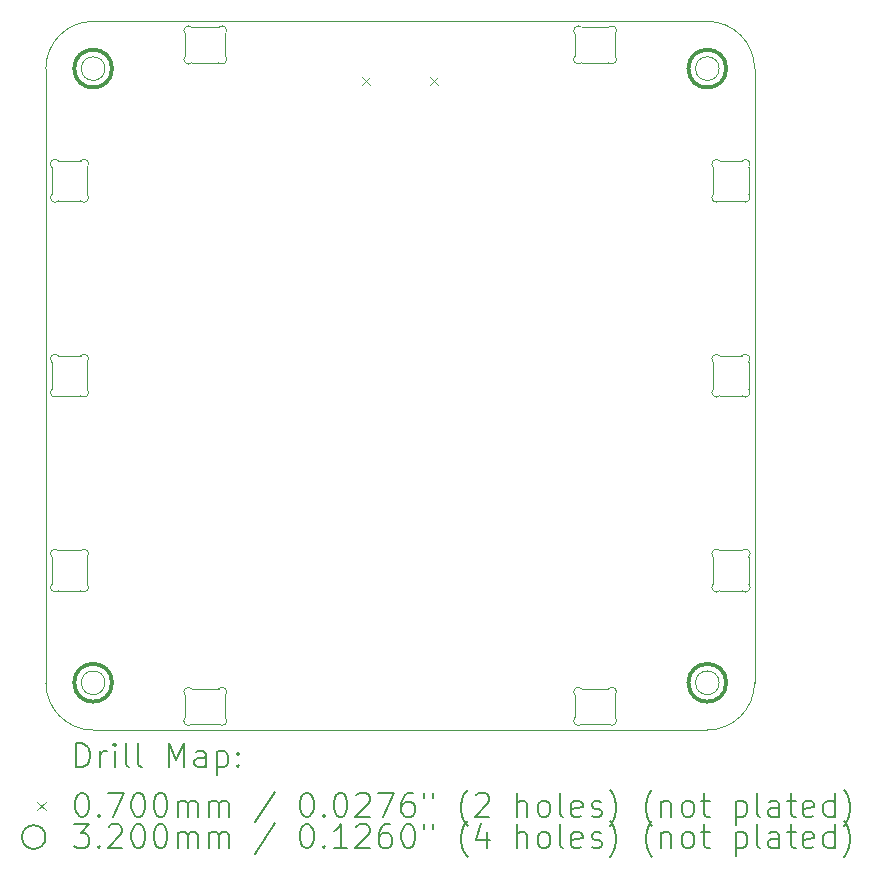
<source format=gbr>
%TF.GenerationSoftware,KiCad,Pcbnew,8.0.6*%
%TF.CreationDate,2024-11-01T16:37:06+01:00*%
%TF.ProjectId,7-REV0,372d5245-5630-42e6-9b69-6361645f7063,rev?*%
%TF.SameCoordinates,Original*%
%TF.FileFunction,Drillmap*%
%TF.FilePolarity,Positive*%
%FSLAX45Y45*%
G04 Gerber Fmt 4.5, Leading zero omitted, Abs format (unit mm)*
G04 Created by KiCad (PCBNEW 8.0.6) date 2024-11-01 16:37:06*
%MOMM*%
%LPD*%
G01*
G04 APERTURE LIST*
%ADD10C,0.050000*%
%ADD11C,0.120000*%
%ADD12C,0.200000*%
%ADD13C,0.100000*%
%ADD14C,0.320000*%
G04 APERTURE END LIST*
D10*
X10390000Y-12010000D02*
G75*
G02*
X9990000Y-11610000I0J400000D01*
G01*
X15690000Y-11610000D02*
G75*
G02*
X15490000Y-11610000I-100000J0D01*
G01*
X15490000Y-11610000D02*
G75*
G02*
X15690000Y-11610000I100000J0D01*
G01*
X10490000Y-6410000D02*
G75*
G02*
X10290000Y-6410000I-100000J0D01*
G01*
X10290000Y-6410000D02*
G75*
G02*
X10490000Y-6410000I100000J0D01*
G01*
X10490000Y-11610000D02*
G75*
G02*
X10290000Y-11610000I-100000J0D01*
G01*
X10290000Y-11610000D02*
G75*
G02*
X10490000Y-11610000I100000J0D01*
G01*
X15990000Y-11610000D02*
G75*
G02*
X15590000Y-12010000I-400000J0D01*
G01*
X10390000Y-12010000D02*
X15590000Y-12010000D01*
X15690000Y-6410000D02*
G75*
G02*
X15490000Y-6410000I-100000J0D01*
G01*
X15490000Y-6410000D02*
G75*
G02*
X15690000Y-6410000I100000J0D01*
G01*
X9990000Y-6410000D02*
X9990000Y-11610000D01*
X15990000Y-11610000D02*
X15990000Y-6410000D01*
X15590000Y-6010000D02*
G75*
G02*
X15990000Y-6410000I0J-400000D01*
G01*
X9990000Y-6410000D02*
G75*
G02*
X10390000Y-6010000I400000J0D01*
G01*
X10390000Y-6010000D02*
X15590000Y-6010000D01*
D11*
X11170000Y-6303431D02*
X11170000Y-6116569D01*
X11226569Y-6060000D02*
X11453431Y-6060000D01*
X11453431Y-6360000D02*
X11226569Y-6360000D01*
X11510000Y-6116569D02*
X11510000Y-6303431D01*
X11170000Y-6116569D02*
G75*
G02*
X11226569Y-6060000I28284J28284D01*
G01*
X11226569Y-6360000D02*
G75*
G02*
X11170000Y-6303431I-28284J28284D01*
G01*
X11453431Y-6060000D02*
G75*
G02*
X11510000Y-6116569I28284J-28284D01*
G01*
X11510000Y-6303431D02*
G75*
G02*
X11453431Y-6360000I-28284J-28284D01*
G01*
X14470000Y-11903431D02*
X14470000Y-11716569D01*
X14526569Y-11660000D02*
X14753431Y-11660000D01*
X14753431Y-11960000D02*
X14526569Y-11960000D01*
X14810000Y-11716569D02*
X14810000Y-11903431D01*
X14470000Y-11716569D02*
G75*
G02*
X14526569Y-11660000I28284J28284D01*
G01*
X14526569Y-11960000D02*
G75*
G02*
X14470000Y-11903431I-28284J28284D01*
G01*
X14753431Y-11660000D02*
G75*
G02*
X14810000Y-11716569I28284J-28284D01*
G01*
X14810000Y-11903431D02*
G75*
G02*
X14753431Y-11960000I-28284J-28284D01*
G01*
X10040000Y-10773431D02*
X10040000Y-10546569D01*
X10096569Y-10490000D02*
X10283431Y-10490000D01*
X10283431Y-10830000D02*
X10096569Y-10830000D01*
X10340000Y-10546569D02*
X10340000Y-10773431D01*
X10040000Y-10546569D02*
G75*
G02*
X10096569Y-10490000I28284J28284D01*
G01*
X10096569Y-10830000D02*
G75*
G02*
X10040000Y-10773431I-28284J28284D01*
G01*
X10283431Y-10490000D02*
G75*
G02*
X10340000Y-10546569I28284J-28284D01*
G01*
X10340000Y-10773431D02*
G75*
G02*
X10283431Y-10830000I-28284J-28284D01*
G01*
X14470000Y-6303431D02*
X14470000Y-6116569D01*
X14526569Y-6060000D02*
X14753431Y-6060000D01*
X14753431Y-6360000D02*
X14526569Y-6360000D01*
X14810000Y-6116569D02*
X14810000Y-6303431D01*
X14470000Y-6116569D02*
G75*
G02*
X14526569Y-6060000I28284J28284D01*
G01*
X14526569Y-6360000D02*
G75*
G02*
X14470000Y-6303431I-28284J28284D01*
G01*
X14753431Y-6060000D02*
G75*
G02*
X14810000Y-6116569I28284J-28284D01*
G01*
X14810000Y-6303431D02*
G75*
G02*
X14753431Y-6360000I-28284J-28284D01*
G01*
X15640000Y-7473431D02*
X15640000Y-7246569D01*
X15696569Y-7190000D02*
X15883431Y-7190000D01*
X15883431Y-7530000D02*
X15696569Y-7530000D01*
X15940000Y-7246569D02*
X15940000Y-7473431D01*
X15640000Y-7246569D02*
G75*
G02*
X15696569Y-7190000I28284J28284D01*
G01*
X15696569Y-7530000D02*
G75*
G02*
X15640000Y-7473431I-28284J28284D01*
G01*
X15883431Y-7190000D02*
G75*
G02*
X15940000Y-7246569I28284J-28284D01*
G01*
X15940000Y-7473431D02*
G75*
G02*
X15883431Y-7530000I-28284J-28284D01*
G01*
X11170000Y-11903431D02*
X11170000Y-11716569D01*
X11226569Y-11660000D02*
X11453431Y-11660000D01*
X11453431Y-11960000D02*
X11226569Y-11960000D01*
X11510000Y-11716569D02*
X11510000Y-11903431D01*
X11170000Y-11716569D02*
G75*
G02*
X11226569Y-11660000I28284J28284D01*
G01*
X11226569Y-11960000D02*
G75*
G02*
X11170000Y-11903431I-28284J28284D01*
G01*
X11453431Y-11660000D02*
G75*
G02*
X11510000Y-11716569I28284J-28284D01*
G01*
X11510000Y-11903431D02*
G75*
G02*
X11453431Y-11960000I-28284J-28284D01*
G01*
X10040000Y-7473431D02*
X10040000Y-7246569D01*
X10096569Y-7190000D02*
X10283431Y-7190000D01*
X10283431Y-7530000D02*
X10096569Y-7530000D01*
X10340000Y-7246569D02*
X10340000Y-7473431D01*
X10040000Y-7246569D02*
G75*
G02*
X10096569Y-7190000I28284J28284D01*
G01*
X10096569Y-7530000D02*
G75*
G02*
X10040000Y-7473431I-28284J28284D01*
G01*
X10283431Y-7190000D02*
G75*
G02*
X10340000Y-7246569I28284J-28284D01*
G01*
X10340000Y-7473431D02*
G75*
G02*
X10283431Y-7530000I-28284J-28284D01*
G01*
X10040000Y-9123431D02*
X10040000Y-8896569D01*
X10096569Y-8840000D02*
X10283431Y-8840000D01*
X10283431Y-9180000D02*
X10096569Y-9180000D01*
X10340000Y-8896569D02*
X10340000Y-9123431D01*
X10040000Y-8896569D02*
G75*
G02*
X10096569Y-8840000I28284J28284D01*
G01*
X10096569Y-9180000D02*
G75*
G02*
X10040000Y-9123431I-28284J28284D01*
G01*
X10283431Y-8840000D02*
G75*
G02*
X10340000Y-8896569I28284J-28284D01*
G01*
X10340000Y-9123431D02*
G75*
G02*
X10283431Y-9180000I-28284J-28284D01*
G01*
X15640000Y-10773431D02*
X15640000Y-10546569D01*
X15696569Y-10490000D02*
X15883431Y-10490000D01*
X15883431Y-10830000D02*
X15696569Y-10830000D01*
X15940000Y-10546569D02*
X15940000Y-10773431D01*
X15640000Y-10546569D02*
G75*
G02*
X15696569Y-10490000I28284J28284D01*
G01*
X15696569Y-10830000D02*
G75*
G02*
X15640000Y-10773431I-28284J28284D01*
G01*
X15883431Y-10490000D02*
G75*
G02*
X15940000Y-10546569I28284J-28284D01*
G01*
X15940000Y-10773431D02*
G75*
G02*
X15883431Y-10830000I-28284J-28284D01*
G01*
X15640000Y-9123431D02*
X15640000Y-8896569D01*
X15696569Y-8840000D02*
X15883431Y-8840000D01*
X15883431Y-9180000D02*
X15696569Y-9180000D01*
X15940000Y-8896569D02*
X15940000Y-9123431D01*
X15640000Y-8896569D02*
G75*
G02*
X15696569Y-8840000I28284J28284D01*
G01*
X15696569Y-9180000D02*
G75*
G02*
X15640000Y-9123431I-28284J28284D01*
G01*
X15883431Y-8840000D02*
G75*
G02*
X15940000Y-8896569I28284J-28284D01*
G01*
X15940000Y-9123431D02*
G75*
G02*
X15883431Y-9180000I-28284J-28284D01*
G01*
D12*
D13*
X12666000Y-6480000D02*
X12736000Y-6550000D01*
X12736000Y-6480000D02*
X12666000Y-6550000D01*
X13244000Y-6480000D02*
X13314000Y-6550000D01*
X13314000Y-6480000D02*
X13244000Y-6550000D01*
D14*
X10550000Y-6410000D02*
G75*
G02*
X10230000Y-6410000I-160000J0D01*
G01*
X10230000Y-6410000D02*
G75*
G02*
X10550000Y-6410000I160000J0D01*
G01*
X10550000Y-11610000D02*
G75*
G02*
X10230000Y-11610000I-160000J0D01*
G01*
X10230000Y-11610000D02*
G75*
G02*
X10550000Y-11610000I160000J0D01*
G01*
X15750000Y-6410000D02*
G75*
G02*
X15430000Y-6410000I-160000J0D01*
G01*
X15430000Y-6410000D02*
G75*
G02*
X15750000Y-6410000I160000J0D01*
G01*
X15750000Y-11610000D02*
G75*
G02*
X15430000Y-11610000I-160000J0D01*
G01*
X15430000Y-11610000D02*
G75*
G02*
X15750000Y-11610000I160000J0D01*
G01*
D12*
X10248277Y-12323984D02*
X10248277Y-12123984D01*
X10248277Y-12123984D02*
X10295896Y-12123984D01*
X10295896Y-12123984D02*
X10324467Y-12133508D01*
X10324467Y-12133508D02*
X10343515Y-12152555D01*
X10343515Y-12152555D02*
X10353039Y-12171603D01*
X10353039Y-12171603D02*
X10362563Y-12209698D01*
X10362563Y-12209698D02*
X10362563Y-12238269D01*
X10362563Y-12238269D02*
X10353039Y-12276365D01*
X10353039Y-12276365D02*
X10343515Y-12295412D01*
X10343515Y-12295412D02*
X10324467Y-12314460D01*
X10324467Y-12314460D02*
X10295896Y-12323984D01*
X10295896Y-12323984D02*
X10248277Y-12323984D01*
X10448277Y-12323984D02*
X10448277Y-12190650D01*
X10448277Y-12228746D02*
X10457801Y-12209698D01*
X10457801Y-12209698D02*
X10467324Y-12200174D01*
X10467324Y-12200174D02*
X10486372Y-12190650D01*
X10486372Y-12190650D02*
X10505420Y-12190650D01*
X10572086Y-12323984D02*
X10572086Y-12190650D01*
X10572086Y-12123984D02*
X10562563Y-12133508D01*
X10562563Y-12133508D02*
X10572086Y-12143031D01*
X10572086Y-12143031D02*
X10581610Y-12133508D01*
X10581610Y-12133508D02*
X10572086Y-12123984D01*
X10572086Y-12123984D02*
X10572086Y-12143031D01*
X10695896Y-12323984D02*
X10676848Y-12314460D01*
X10676848Y-12314460D02*
X10667324Y-12295412D01*
X10667324Y-12295412D02*
X10667324Y-12123984D01*
X10800658Y-12323984D02*
X10781610Y-12314460D01*
X10781610Y-12314460D02*
X10772086Y-12295412D01*
X10772086Y-12295412D02*
X10772086Y-12123984D01*
X11029229Y-12323984D02*
X11029229Y-12123984D01*
X11029229Y-12123984D02*
X11095896Y-12266841D01*
X11095896Y-12266841D02*
X11162563Y-12123984D01*
X11162563Y-12123984D02*
X11162563Y-12323984D01*
X11343515Y-12323984D02*
X11343515Y-12219222D01*
X11343515Y-12219222D02*
X11333991Y-12200174D01*
X11333991Y-12200174D02*
X11314943Y-12190650D01*
X11314943Y-12190650D02*
X11276848Y-12190650D01*
X11276848Y-12190650D02*
X11257801Y-12200174D01*
X11343515Y-12314460D02*
X11324467Y-12323984D01*
X11324467Y-12323984D02*
X11276848Y-12323984D01*
X11276848Y-12323984D02*
X11257801Y-12314460D01*
X11257801Y-12314460D02*
X11248277Y-12295412D01*
X11248277Y-12295412D02*
X11248277Y-12276365D01*
X11248277Y-12276365D02*
X11257801Y-12257317D01*
X11257801Y-12257317D02*
X11276848Y-12247793D01*
X11276848Y-12247793D02*
X11324467Y-12247793D01*
X11324467Y-12247793D02*
X11343515Y-12238269D01*
X11438753Y-12190650D02*
X11438753Y-12390650D01*
X11438753Y-12200174D02*
X11457801Y-12190650D01*
X11457801Y-12190650D02*
X11495896Y-12190650D01*
X11495896Y-12190650D02*
X11514943Y-12200174D01*
X11514943Y-12200174D02*
X11524467Y-12209698D01*
X11524467Y-12209698D02*
X11533991Y-12228746D01*
X11533991Y-12228746D02*
X11533991Y-12285888D01*
X11533991Y-12285888D02*
X11524467Y-12304936D01*
X11524467Y-12304936D02*
X11514943Y-12314460D01*
X11514943Y-12314460D02*
X11495896Y-12323984D01*
X11495896Y-12323984D02*
X11457801Y-12323984D01*
X11457801Y-12323984D02*
X11438753Y-12314460D01*
X11619705Y-12304936D02*
X11629229Y-12314460D01*
X11629229Y-12314460D02*
X11619705Y-12323984D01*
X11619705Y-12323984D02*
X11610182Y-12314460D01*
X11610182Y-12314460D02*
X11619705Y-12304936D01*
X11619705Y-12304936D02*
X11619705Y-12323984D01*
X11619705Y-12200174D02*
X11629229Y-12209698D01*
X11629229Y-12209698D02*
X11619705Y-12219222D01*
X11619705Y-12219222D02*
X11610182Y-12209698D01*
X11610182Y-12209698D02*
X11619705Y-12200174D01*
X11619705Y-12200174D02*
X11619705Y-12219222D01*
D13*
X9917500Y-12617500D02*
X9987500Y-12687500D01*
X9987500Y-12617500D02*
X9917500Y-12687500D01*
D12*
X10286372Y-12543984D02*
X10305420Y-12543984D01*
X10305420Y-12543984D02*
X10324467Y-12553508D01*
X10324467Y-12553508D02*
X10333991Y-12563031D01*
X10333991Y-12563031D02*
X10343515Y-12582079D01*
X10343515Y-12582079D02*
X10353039Y-12620174D01*
X10353039Y-12620174D02*
X10353039Y-12667793D01*
X10353039Y-12667793D02*
X10343515Y-12705888D01*
X10343515Y-12705888D02*
X10333991Y-12724936D01*
X10333991Y-12724936D02*
X10324467Y-12734460D01*
X10324467Y-12734460D02*
X10305420Y-12743984D01*
X10305420Y-12743984D02*
X10286372Y-12743984D01*
X10286372Y-12743984D02*
X10267324Y-12734460D01*
X10267324Y-12734460D02*
X10257801Y-12724936D01*
X10257801Y-12724936D02*
X10248277Y-12705888D01*
X10248277Y-12705888D02*
X10238753Y-12667793D01*
X10238753Y-12667793D02*
X10238753Y-12620174D01*
X10238753Y-12620174D02*
X10248277Y-12582079D01*
X10248277Y-12582079D02*
X10257801Y-12563031D01*
X10257801Y-12563031D02*
X10267324Y-12553508D01*
X10267324Y-12553508D02*
X10286372Y-12543984D01*
X10438753Y-12724936D02*
X10448277Y-12734460D01*
X10448277Y-12734460D02*
X10438753Y-12743984D01*
X10438753Y-12743984D02*
X10429229Y-12734460D01*
X10429229Y-12734460D02*
X10438753Y-12724936D01*
X10438753Y-12724936D02*
X10438753Y-12743984D01*
X10514944Y-12543984D02*
X10648277Y-12543984D01*
X10648277Y-12543984D02*
X10562563Y-12743984D01*
X10762563Y-12543984D02*
X10781610Y-12543984D01*
X10781610Y-12543984D02*
X10800658Y-12553508D01*
X10800658Y-12553508D02*
X10810182Y-12563031D01*
X10810182Y-12563031D02*
X10819705Y-12582079D01*
X10819705Y-12582079D02*
X10829229Y-12620174D01*
X10829229Y-12620174D02*
X10829229Y-12667793D01*
X10829229Y-12667793D02*
X10819705Y-12705888D01*
X10819705Y-12705888D02*
X10810182Y-12724936D01*
X10810182Y-12724936D02*
X10800658Y-12734460D01*
X10800658Y-12734460D02*
X10781610Y-12743984D01*
X10781610Y-12743984D02*
X10762563Y-12743984D01*
X10762563Y-12743984D02*
X10743515Y-12734460D01*
X10743515Y-12734460D02*
X10733991Y-12724936D01*
X10733991Y-12724936D02*
X10724467Y-12705888D01*
X10724467Y-12705888D02*
X10714944Y-12667793D01*
X10714944Y-12667793D02*
X10714944Y-12620174D01*
X10714944Y-12620174D02*
X10724467Y-12582079D01*
X10724467Y-12582079D02*
X10733991Y-12563031D01*
X10733991Y-12563031D02*
X10743515Y-12553508D01*
X10743515Y-12553508D02*
X10762563Y-12543984D01*
X10953039Y-12543984D02*
X10972086Y-12543984D01*
X10972086Y-12543984D02*
X10991134Y-12553508D01*
X10991134Y-12553508D02*
X11000658Y-12563031D01*
X11000658Y-12563031D02*
X11010182Y-12582079D01*
X11010182Y-12582079D02*
X11019705Y-12620174D01*
X11019705Y-12620174D02*
X11019705Y-12667793D01*
X11019705Y-12667793D02*
X11010182Y-12705888D01*
X11010182Y-12705888D02*
X11000658Y-12724936D01*
X11000658Y-12724936D02*
X10991134Y-12734460D01*
X10991134Y-12734460D02*
X10972086Y-12743984D01*
X10972086Y-12743984D02*
X10953039Y-12743984D01*
X10953039Y-12743984D02*
X10933991Y-12734460D01*
X10933991Y-12734460D02*
X10924467Y-12724936D01*
X10924467Y-12724936D02*
X10914944Y-12705888D01*
X10914944Y-12705888D02*
X10905420Y-12667793D01*
X10905420Y-12667793D02*
X10905420Y-12620174D01*
X10905420Y-12620174D02*
X10914944Y-12582079D01*
X10914944Y-12582079D02*
X10924467Y-12563031D01*
X10924467Y-12563031D02*
X10933991Y-12553508D01*
X10933991Y-12553508D02*
X10953039Y-12543984D01*
X11105420Y-12743984D02*
X11105420Y-12610650D01*
X11105420Y-12629698D02*
X11114944Y-12620174D01*
X11114944Y-12620174D02*
X11133991Y-12610650D01*
X11133991Y-12610650D02*
X11162563Y-12610650D01*
X11162563Y-12610650D02*
X11181610Y-12620174D01*
X11181610Y-12620174D02*
X11191134Y-12639222D01*
X11191134Y-12639222D02*
X11191134Y-12743984D01*
X11191134Y-12639222D02*
X11200658Y-12620174D01*
X11200658Y-12620174D02*
X11219705Y-12610650D01*
X11219705Y-12610650D02*
X11248277Y-12610650D01*
X11248277Y-12610650D02*
X11267324Y-12620174D01*
X11267324Y-12620174D02*
X11276848Y-12639222D01*
X11276848Y-12639222D02*
X11276848Y-12743984D01*
X11372086Y-12743984D02*
X11372086Y-12610650D01*
X11372086Y-12629698D02*
X11381610Y-12620174D01*
X11381610Y-12620174D02*
X11400658Y-12610650D01*
X11400658Y-12610650D02*
X11429229Y-12610650D01*
X11429229Y-12610650D02*
X11448277Y-12620174D01*
X11448277Y-12620174D02*
X11457801Y-12639222D01*
X11457801Y-12639222D02*
X11457801Y-12743984D01*
X11457801Y-12639222D02*
X11467324Y-12620174D01*
X11467324Y-12620174D02*
X11486372Y-12610650D01*
X11486372Y-12610650D02*
X11514943Y-12610650D01*
X11514943Y-12610650D02*
X11533991Y-12620174D01*
X11533991Y-12620174D02*
X11543515Y-12639222D01*
X11543515Y-12639222D02*
X11543515Y-12743984D01*
X11933991Y-12534460D02*
X11762563Y-12791603D01*
X12191134Y-12543984D02*
X12210182Y-12543984D01*
X12210182Y-12543984D02*
X12229229Y-12553508D01*
X12229229Y-12553508D02*
X12238753Y-12563031D01*
X12238753Y-12563031D02*
X12248277Y-12582079D01*
X12248277Y-12582079D02*
X12257801Y-12620174D01*
X12257801Y-12620174D02*
X12257801Y-12667793D01*
X12257801Y-12667793D02*
X12248277Y-12705888D01*
X12248277Y-12705888D02*
X12238753Y-12724936D01*
X12238753Y-12724936D02*
X12229229Y-12734460D01*
X12229229Y-12734460D02*
X12210182Y-12743984D01*
X12210182Y-12743984D02*
X12191134Y-12743984D01*
X12191134Y-12743984D02*
X12172086Y-12734460D01*
X12172086Y-12734460D02*
X12162563Y-12724936D01*
X12162563Y-12724936D02*
X12153039Y-12705888D01*
X12153039Y-12705888D02*
X12143515Y-12667793D01*
X12143515Y-12667793D02*
X12143515Y-12620174D01*
X12143515Y-12620174D02*
X12153039Y-12582079D01*
X12153039Y-12582079D02*
X12162563Y-12563031D01*
X12162563Y-12563031D02*
X12172086Y-12553508D01*
X12172086Y-12553508D02*
X12191134Y-12543984D01*
X12343515Y-12724936D02*
X12353039Y-12734460D01*
X12353039Y-12734460D02*
X12343515Y-12743984D01*
X12343515Y-12743984D02*
X12333991Y-12734460D01*
X12333991Y-12734460D02*
X12343515Y-12724936D01*
X12343515Y-12724936D02*
X12343515Y-12743984D01*
X12476848Y-12543984D02*
X12495896Y-12543984D01*
X12495896Y-12543984D02*
X12514944Y-12553508D01*
X12514944Y-12553508D02*
X12524467Y-12563031D01*
X12524467Y-12563031D02*
X12533991Y-12582079D01*
X12533991Y-12582079D02*
X12543515Y-12620174D01*
X12543515Y-12620174D02*
X12543515Y-12667793D01*
X12543515Y-12667793D02*
X12533991Y-12705888D01*
X12533991Y-12705888D02*
X12524467Y-12724936D01*
X12524467Y-12724936D02*
X12514944Y-12734460D01*
X12514944Y-12734460D02*
X12495896Y-12743984D01*
X12495896Y-12743984D02*
X12476848Y-12743984D01*
X12476848Y-12743984D02*
X12457801Y-12734460D01*
X12457801Y-12734460D02*
X12448277Y-12724936D01*
X12448277Y-12724936D02*
X12438753Y-12705888D01*
X12438753Y-12705888D02*
X12429229Y-12667793D01*
X12429229Y-12667793D02*
X12429229Y-12620174D01*
X12429229Y-12620174D02*
X12438753Y-12582079D01*
X12438753Y-12582079D02*
X12448277Y-12563031D01*
X12448277Y-12563031D02*
X12457801Y-12553508D01*
X12457801Y-12553508D02*
X12476848Y-12543984D01*
X12619706Y-12563031D02*
X12629229Y-12553508D01*
X12629229Y-12553508D02*
X12648277Y-12543984D01*
X12648277Y-12543984D02*
X12695896Y-12543984D01*
X12695896Y-12543984D02*
X12714944Y-12553508D01*
X12714944Y-12553508D02*
X12724467Y-12563031D01*
X12724467Y-12563031D02*
X12733991Y-12582079D01*
X12733991Y-12582079D02*
X12733991Y-12601127D01*
X12733991Y-12601127D02*
X12724467Y-12629698D01*
X12724467Y-12629698D02*
X12610182Y-12743984D01*
X12610182Y-12743984D02*
X12733991Y-12743984D01*
X12800658Y-12543984D02*
X12933991Y-12543984D01*
X12933991Y-12543984D02*
X12848277Y-12743984D01*
X13095896Y-12543984D02*
X13057801Y-12543984D01*
X13057801Y-12543984D02*
X13038753Y-12553508D01*
X13038753Y-12553508D02*
X13029229Y-12563031D01*
X13029229Y-12563031D02*
X13010182Y-12591603D01*
X13010182Y-12591603D02*
X13000658Y-12629698D01*
X13000658Y-12629698D02*
X13000658Y-12705888D01*
X13000658Y-12705888D02*
X13010182Y-12724936D01*
X13010182Y-12724936D02*
X13019706Y-12734460D01*
X13019706Y-12734460D02*
X13038753Y-12743984D01*
X13038753Y-12743984D02*
X13076848Y-12743984D01*
X13076848Y-12743984D02*
X13095896Y-12734460D01*
X13095896Y-12734460D02*
X13105420Y-12724936D01*
X13105420Y-12724936D02*
X13114944Y-12705888D01*
X13114944Y-12705888D02*
X13114944Y-12658269D01*
X13114944Y-12658269D02*
X13105420Y-12639222D01*
X13105420Y-12639222D02*
X13095896Y-12629698D01*
X13095896Y-12629698D02*
X13076848Y-12620174D01*
X13076848Y-12620174D02*
X13038753Y-12620174D01*
X13038753Y-12620174D02*
X13019706Y-12629698D01*
X13019706Y-12629698D02*
X13010182Y-12639222D01*
X13010182Y-12639222D02*
X13000658Y-12658269D01*
X13191134Y-12543984D02*
X13191134Y-12582079D01*
X13267325Y-12543984D02*
X13267325Y-12582079D01*
X13562563Y-12820174D02*
X13553039Y-12810650D01*
X13553039Y-12810650D02*
X13533991Y-12782079D01*
X13533991Y-12782079D02*
X13524468Y-12763031D01*
X13524468Y-12763031D02*
X13514944Y-12734460D01*
X13514944Y-12734460D02*
X13505420Y-12686841D01*
X13505420Y-12686841D02*
X13505420Y-12648746D01*
X13505420Y-12648746D02*
X13514944Y-12601127D01*
X13514944Y-12601127D02*
X13524468Y-12572555D01*
X13524468Y-12572555D02*
X13533991Y-12553508D01*
X13533991Y-12553508D02*
X13553039Y-12524936D01*
X13553039Y-12524936D02*
X13562563Y-12515412D01*
X13629229Y-12563031D02*
X13638753Y-12553508D01*
X13638753Y-12553508D02*
X13657801Y-12543984D01*
X13657801Y-12543984D02*
X13705420Y-12543984D01*
X13705420Y-12543984D02*
X13724468Y-12553508D01*
X13724468Y-12553508D02*
X13733991Y-12563031D01*
X13733991Y-12563031D02*
X13743515Y-12582079D01*
X13743515Y-12582079D02*
X13743515Y-12601127D01*
X13743515Y-12601127D02*
X13733991Y-12629698D01*
X13733991Y-12629698D02*
X13619706Y-12743984D01*
X13619706Y-12743984D02*
X13743515Y-12743984D01*
X13981610Y-12743984D02*
X13981610Y-12543984D01*
X14067325Y-12743984D02*
X14067325Y-12639222D01*
X14067325Y-12639222D02*
X14057801Y-12620174D01*
X14057801Y-12620174D02*
X14038753Y-12610650D01*
X14038753Y-12610650D02*
X14010182Y-12610650D01*
X14010182Y-12610650D02*
X13991134Y-12620174D01*
X13991134Y-12620174D02*
X13981610Y-12629698D01*
X14191134Y-12743984D02*
X14172087Y-12734460D01*
X14172087Y-12734460D02*
X14162563Y-12724936D01*
X14162563Y-12724936D02*
X14153039Y-12705888D01*
X14153039Y-12705888D02*
X14153039Y-12648746D01*
X14153039Y-12648746D02*
X14162563Y-12629698D01*
X14162563Y-12629698D02*
X14172087Y-12620174D01*
X14172087Y-12620174D02*
X14191134Y-12610650D01*
X14191134Y-12610650D02*
X14219706Y-12610650D01*
X14219706Y-12610650D02*
X14238753Y-12620174D01*
X14238753Y-12620174D02*
X14248277Y-12629698D01*
X14248277Y-12629698D02*
X14257801Y-12648746D01*
X14257801Y-12648746D02*
X14257801Y-12705888D01*
X14257801Y-12705888D02*
X14248277Y-12724936D01*
X14248277Y-12724936D02*
X14238753Y-12734460D01*
X14238753Y-12734460D02*
X14219706Y-12743984D01*
X14219706Y-12743984D02*
X14191134Y-12743984D01*
X14372087Y-12743984D02*
X14353039Y-12734460D01*
X14353039Y-12734460D02*
X14343515Y-12715412D01*
X14343515Y-12715412D02*
X14343515Y-12543984D01*
X14524468Y-12734460D02*
X14505420Y-12743984D01*
X14505420Y-12743984D02*
X14467325Y-12743984D01*
X14467325Y-12743984D02*
X14448277Y-12734460D01*
X14448277Y-12734460D02*
X14438753Y-12715412D01*
X14438753Y-12715412D02*
X14438753Y-12639222D01*
X14438753Y-12639222D02*
X14448277Y-12620174D01*
X14448277Y-12620174D02*
X14467325Y-12610650D01*
X14467325Y-12610650D02*
X14505420Y-12610650D01*
X14505420Y-12610650D02*
X14524468Y-12620174D01*
X14524468Y-12620174D02*
X14533991Y-12639222D01*
X14533991Y-12639222D02*
X14533991Y-12658269D01*
X14533991Y-12658269D02*
X14438753Y-12677317D01*
X14610182Y-12734460D02*
X14629230Y-12743984D01*
X14629230Y-12743984D02*
X14667325Y-12743984D01*
X14667325Y-12743984D02*
X14686372Y-12734460D01*
X14686372Y-12734460D02*
X14695896Y-12715412D01*
X14695896Y-12715412D02*
X14695896Y-12705888D01*
X14695896Y-12705888D02*
X14686372Y-12686841D01*
X14686372Y-12686841D02*
X14667325Y-12677317D01*
X14667325Y-12677317D02*
X14638753Y-12677317D01*
X14638753Y-12677317D02*
X14619706Y-12667793D01*
X14619706Y-12667793D02*
X14610182Y-12648746D01*
X14610182Y-12648746D02*
X14610182Y-12639222D01*
X14610182Y-12639222D02*
X14619706Y-12620174D01*
X14619706Y-12620174D02*
X14638753Y-12610650D01*
X14638753Y-12610650D02*
X14667325Y-12610650D01*
X14667325Y-12610650D02*
X14686372Y-12620174D01*
X14762563Y-12820174D02*
X14772087Y-12810650D01*
X14772087Y-12810650D02*
X14791134Y-12782079D01*
X14791134Y-12782079D02*
X14800658Y-12763031D01*
X14800658Y-12763031D02*
X14810182Y-12734460D01*
X14810182Y-12734460D02*
X14819706Y-12686841D01*
X14819706Y-12686841D02*
X14819706Y-12648746D01*
X14819706Y-12648746D02*
X14810182Y-12601127D01*
X14810182Y-12601127D02*
X14800658Y-12572555D01*
X14800658Y-12572555D02*
X14791134Y-12553508D01*
X14791134Y-12553508D02*
X14772087Y-12524936D01*
X14772087Y-12524936D02*
X14762563Y-12515412D01*
X15124468Y-12820174D02*
X15114944Y-12810650D01*
X15114944Y-12810650D02*
X15095896Y-12782079D01*
X15095896Y-12782079D02*
X15086372Y-12763031D01*
X15086372Y-12763031D02*
X15076849Y-12734460D01*
X15076849Y-12734460D02*
X15067325Y-12686841D01*
X15067325Y-12686841D02*
X15067325Y-12648746D01*
X15067325Y-12648746D02*
X15076849Y-12601127D01*
X15076849Y-12601127D02*
X15086372Y-12572555D01*
X15086372Y-12572555D02*
X15095896Y-12553508D01*
X15095896Y-12553508D02*
X15114944Y-12524936D01*
X15114944Y-12524936D02*
X15124468Y-12515412D01*
X15200658Y-12610650D02*
X15200658Y-12743984D01*
X15200658Y-12629698D02*
X15210182Y-12620174D01*
X15210182Y-12620174D02*
X15229230Y-12610650D01*
X15229230Y-12610650D02*
X15257801Y-12610650D01*
X15257801Y-12610650D02*
X15276849Y-12620174D01*
X15276849Y-12620174D02*
X15286372Y-12639222D01*
X15286372Y-12639222D02*
X15286372Y-12743984D01*
X15410182Y-12743984D02*
X15391134Y-12734460D01*
X15391134Y-12734460D02*
X15381611Y-12724936D01*
X15381611Y-12724936D02*
X15372087Y-12705888D01*
X15372087Y-12705888D02*
X15372087Y-12648746D01*
X15372087Y-12648746D02*
X15381611Y-12629698D01*
X15381611Y-12629698D02*
X15391134Y-12620174D01*
X15391134Y-12620174D02*
X15410182Y-12610650D01*
X15410182Y-12610650D02*
X15438753Y-12610650D01*
X15438753Y-12610650D02*
X15457801Y-12620174D01*
X15457801Y-12620174D02*
X15467325Y-12629698D01*
X15467325Y-12629698D02*
X15476849Y-12648746D01*
X15476849Y-12648746D02*
X15476849Y-12705888D01*
X15476849Y-12705888D02*
X15467325Y-12724936D01*
X15467325Y-12724936D02*
X15457801Y-12734460D01*
X15457801Y-12734460D02*
X15438753Y-12743984D01*
X15438753Y-12743984D02*
X15410182Y-12743984D01*
X15533992Y-12610650D02*
X15610182Y-12610650D01*
X15562563Y-12543984D02*
X15562563Y-12715412D01*
X15562563Y-12715412D02*
X15572087Y-12734460D01*
X15572087Y-12734460D02*
X15591134Y-12743984D01*
X15591134Y-12743984D02*
X15610182Y-12743984D01*
X15829230Y-12610650D02*
X15829230Y-12810650D01*
X15829230Y-12620174D02*
X15848277Y-12610650D01*
X15848277Y-12610650D02*
X15886373Y-12610650D01*
X15886373Y-12610650D02*
X15905420Y-12620174D01*
X15905420Y-12620174D02*
X15914944Y-12629698D01*
X15914944Y-12629698D02*
X15924468Y-12648746D01*
X15924468Y-12648746D02*
X15924468Y-12705888D01*
X15924468Y-12705888D02*
X15914944Y-12724936D01*
X15914944Y-12724936D02*
X15905420Y-12734460D01*
X15905420Y-12734460D02*
X15886373Y-12743984D01*
X15886373Y-12743984D02*
X15848277Y-12743984D01*
X15848277Y-12743984D02*
X15829230Y-12734460D01*
X16038753Y-12743984D02*
X16019706Y-12734460D01*
X16019706Y-12734460D02*
X16010182Y-12715412D01*
X16010182Y-12715412D02*
X16010182Y-12543984D01*
X16200658Y-12743984D02*
X16200658Y-12639222D01*
X16200658Y-12639222D02*
X16191134Y-12620174D01*
X16191134Y-12620174D02*
X16172087Y-12610650D01*
X16172087Y-12610650D02*
X16133992Y-12610650D01*
X16133992Y-12610650D02*
X16114944Y-12620174D01*
X16200658Y-12734460D02*
X16181611Y-12743984D01*
X16181611Y-12743984D02*
X16133992Y-12743984D01*
X16133992Y-12743984D02*
X16114944Y-12734460D01*
X16114944Y-12734460D02*
X16105420Y-12715412D01*
X16105420Y-12715412D02*
X16105420Y-12696365D01*
X16105420Y-12696365D02*
X16114944Y-12677317D01*
X16114944Y-12677317D02*
X16133992Y-12667793D01*
X16133992Y-12667793D02*
X16181611Y-12667793D01*
X16181611Y-12667793D02*
X16200658Y-12658269D01*
X16267325Y-12610650D02*
X16343515Y-12610650D01*
X16295896Y-12543984D02*
X16295896Y-12715412D01*
X16295896Y-12715412D02*
X16305420Y-12734460D01*
X16305420Y-12734460D02*
X16324468Y-12743984D01*
X16324468Y-12743984D02*
X16343515Y-12743984D01*
X16486373Y-12734460D02*
X16467325Y-12743984D01*
X16467325Y-12743984D02*
X16429230Y-12743984D01*
X16429230Y-12743984D02*
X16410182Y-12734460D01*
X16410182Y-12734460D02*
X16400658Y-12715412D01*
X16400658Y-12715412D02*
X16400658Y-12639222D01*
X16400658Y-12639222D02*
X16410182Y-12620174D01*
X16410182Y-12620174D02*
X16429230Y-12610650D01*
X16429230Y-12610650D02*
X16467325Y-12610650D01*
X16467325Y-12610650D02*
X16486373Y-12620174D01*
X16486373Y-12620174D02*
X16495896Y-12639222D01*
X16495896Y-12639222D02*
X16495896Y-12658269D01*
X16495896Y-12658269D02*
X16400658Y-12677317D01*
X16667325Y-12743984D02*
X16667325Y-12543984D01*
X16667325Y-12734460D02*
X16648277Y-12743984D01*
X16648277Y-12743984D02*
X16610182Y-12743984D01*
X16610182Y-12743984D02*
X16591134Y-12734460D01*
X16591134Y-12734460D02*
X16581611Y-12724936D01*
X16581611Y-12724936D02*
X16572087Y-12705888D01*
X16572087Y-12705888D02*
X16572087Y-12648746D01*
X16572087Y-12648746D02*
X16581611Y-12629698D01*
X16581611Y-12629698D02*
X16591134Y-12620174D01*
X16591134Y-12620174D02*
X16610182Y-12610650D01*
X16610182Y-12610650D02*
X16648277Y-12610650D01*
X16648277Y-12610650D02*
X16667325Y-12620174D01*
X16743515Y-12820174D02*
X16753039Y-12810650D01*
X16753039Y-12810650D02*
X16772087Y-12782079D01*
X16772087Y-12782079D02*
X16781611Y-12763031D01*
X16781611Y-12763031D02*
X16791135Y-12734460D01*
X16791135Y-12734460D02*
X16800658Y-12686841D01*
X16800658Y-12686841D02*
X16800658Y-12648746D01*
X16800658Y-12648746D02*
X16791135Y-12601127D01*
X16791135Y-12601127D02*
X16781611Y-12572555D01*
X16781611Y-12572555D02*
X16772087Y-12553508D01*
X16772087Y-12553508D02*
X16753039Y-12524936D01*
X16753039Y-12524936D02*
X16743515Y-12515412D01*
X9987500Y-12916500D02*
G75*
G02*
X9787500Y-12916500I-100000J0D01*
G01*
X9787500Y-12916500D02*
G75*
G02*
X9987500Y-12916500I100000J0D01*
G01*
X10229229Y-12807984D02*
X10353039Y-12807984D01*
X10353039Y-12807984D02*
X10286372Y-12884174D01*
X10286372Y-12884174D02*
X10314944Y-12884174D01*
X10314944Y-12884174D02*
X10333991Y-12893698D01*
X10333991Y-12893698D02*
X10343515Y-12903222D01*
X10343515Y-12903222D02*
X10353039Y-12922269D01*
X10353039Y-12922269D02*
X10353039Y-12969888D01*
X10353039Y-12969888D02*
X10343515Y-12988936D01*
X10343515Y-12988936D02*
X10333991Y-12998460D01*
X10333991Y-12998460D02*
X10314944Y-13007984D01*
X10314944Y-13007984D02*
X10257801Y-13007984D01*
X10257801Y-13007984D02*
X10238753Y-12998460D01*
X10238753Y-12998460D02*
X10229229Y-12988936D01*
X10438753Y-12988936D02*
X10448277Y-12998460D01*
X10448277Y-12998460D02*
X10438753Y-13007984D01*
X10438753Y-13007984D02*
X10429229Y-12998460D01*
X10429229Y-12998460D02*
X10438753Y-12988936D01*
X10438753Y-12988936D02*
X10438753Y-13007984D01*
X10524467Y-12827031D02*
X10533991Y-12817508D01*
X10533991Y-12817508D02*
X10553039Y-12807984D01*
X10553039Y-12807984D02*
X10600658Y-12807984D01*
X10600658Y-12807984D02*
X10619705Y-12817508D01*
X10619705Y-12817508D02*
X10629229Y-12827031D01*
X10629229Y-12827031D02*
X10638753Y-12846079D01*
X10638753Y-12846079D02*
X10638753Y-12865127D01*
X10638753Y-12865127D02*
X10629229Y-12893698D01*
X10629229Y-12893698D02*
X10514944Y-13007984D01*
X10514944Y-13007984D02*
X10638753Y-13007984D01*
X10762563Y-12807984D02*
X10781610Y-12807984D01*
X10781610Y-12807984D02*
X10800658Y-12817508D01*
X10800658Y-12817508D02*
X10810182Y-12827031D01*
X10810182Y-12827031D02*
X10819705Y-12846079D01*
X10819705Y-12846079D02*
X10829229Y-12884174D01*
X10829229Y-12884174D02*
X10829229Y-12931793D01*
X10829229Y-12931793D02*
X10819705Y-12969888D01*
X10819705Y-12969888D02*
X10810182Y-12988936D01*
X10810182Y-12988936D02*
X10800658Y-12998460D01*
X10800658Y-12998460D02*
X10781610Y-13007984D01*
X10781610Y-13007984D02*
X10762563Y-13007984D01*
X10762563Y-13007984D02*
X10743515Y-12998460D01*
X10743515Y-12998460D02*
X10733991Y-12988936D01*
X10733991Y-12988936D02*
X10724467Y-12969888D01*
X10724467Y-12969888D02*
X10714944Y-12931793D01*
X10714944Y-12931793D02*
X10714944Y-12884174D01*
X10714944Y-12884174D02*
X10724467Y-12846079D01*
X10724467Y-12846079D02*
X10733991Y-12827031D01*
X10733991Y-12827031D02*
X10743515Y-12817508D01*
X10743515Y-12817508D02*
X10762563Y-12807984D01*
X10953039Y-12807984D02*
X10972086Y-12807984D01*
X10972086Y-12807984D02*
X10991134Y-12817508D01*
X10991134Y-12817508D02*
X11000658Y-12827031D01*
X11000658Y-12827031D02*
X11010182Y-12846079D01*
X11010182Y-12846079D02*
X11019705Y-12884174D01*
X11019705Y-12884174D02*
X11019705Y-12931793D01*
X11019705Y-12931793D02*
X11010182Y-12969888D01*
X11010182Y-12969888D02*
X11000658Y-12988936D01*
X11000658Y-12988936D02*
X10991134Y-12998460D01*
X10991134Y-12998460D02*
X10972086Y-13007984D01*
X10972086Y-13007984D02*
X10953039Y-13007984D01*
X10953039Y-13007984D02*
X10933991Y-12998460D01*
X10933991Y-12998460D02*
X10924467Y-12988936D01*
X10924467Y-12988936D02*
X10914944Y-12969888D01*
X10914944Y-12969888D02*
X10905420Y-12931793D01*
X10905420Y-12931793D02*
X10905420Y-12884174D01*
X10905420Y-12884174D02*
X10914944Y-12846079D01*
X10914944Y-12846079D02*
X10924467Y-12827031D01*
X10924467Y-12827031D02*
X10933991Y-12817508D01*
X10933991Y-12817508D02*
X10953039Y-12807984D01*
X11105420Y-13007984D02*
X11105420Y-12874650D01*
X11105420Y-12893698D02*
X11114944Y-12884174D01*
X11114944Y-12884174D02*
X11133991Y-12874650D01*
X11133991Y-12874650D02*
X11162563Y-12874650D01*
X11162563Y-12874650D02*
X11181610Y-12884174D01*
X11181610Y-12884174D02*
X11191134Y-12903222D01*
X11191134Y-12903222D02*
X11191134Y-13007984D01*
X11191134Y-12903222D02*
X11200658Y-12884174D01*
X11200658Y-12884174D02*
X11219705Y-12874650D01*
X11219705Y-12874650D02*
X11248277Y-12874650D01*
X11248277Y-12874650D02*
X11267324Y-12884174D01*
X11267324Y-12884174D02*
X11276848Y-12903222D01*
X11276848Y-12903222D02*
X11276848Y-13007984D01*
X11372086Y-13007984D02*
X11372086Y-12874650D01*
X11372086Y-12893698D02*
X11381610Y-12884174D01*
X11381610Y-12884174D02*
X11400658Y-12874650D01*
X11400658Y-12874650D02*
X11429229Y-12874650D01*
X11429229Y-12874650D02*
X11448277Y-12884174D01*
X11448277Y-12884174D02*
X11457801Y-12903222D01*
X11457801Y-12903222D02*
X11457801Y-13007984D01*
X11457801Y-12903222D02*
X11467324Y-12884174D01*
X11467324Y-12884174D02*
X11486372Y-12874650D01*
X11486372Y-12874650D02*
X11514943Y-12874650D01*
X11514943Y-12874650D02*
X11533991Y-12884174D01*
X11533991Y-12884174D02*
X11543515Y-12903222D01*
X11543515Y-12903222D02*
X11543515Y-13007984D01*
X11933991Y-12798460D02*
X11762563Y-13055603D01*
X12191134Y-12807984D02*
X12210182Y-12807984D01*
X12210182Y-12807984D02*
X12229229Y-12817508D01*
X12229229Y-12817508D02*
X12238753Y-12827031D01*
X12238753Y-12827031D02*
X12248277Y-12846079D01*
X12248277Y-12846079D02*
X12257801Y-12884174D01*
X12257801Y-12884174D02*
X12257801Y-12931793D01*
X12257801Y-12931793D02*
X12248277Y-12969888D01*
X12248277Y-12969888D02*
X12238753Y-12988936D01*
X12238753Y-12988936D02*
X12229229Y-12998460D01*
X12229229Y-12998460D02*
X12210182Y-13007984D01*
X12210182Y-13007984D02*
X12191134Y-13007984D01*
X12191134Y-13007984D02*
X12172086Y-12998460D01*
X12172086Y-12998460D02*
X12162563Y-12988936D01*
X12162563Y-12988936D02*
X12153039Y-12969888D01*
X12153039Y-12969888D02*
X12143515Y-12931793D01*
X12143515Y-12931793D02*
X12143515Y-12884174D01*
X12143515Y-12884174D02*
X12153039Y-12846079D01*
X12153039Y-12846079D02*
X12162563Y-12827031D01*
X12162563Y-12827031D02*
X12172086Y-12817508D01*
X12172086Y-12817508D02*
X12191134Y-12807984D01*
X12343515Y-12988936D02*
X12353039Y-12998460D01*
X12353039Y-12998460D02*
X12343515Y-13007984D01*
X12343515Y-13007984D02*
X12333991Y-12998460D01*
X12333991Y-12998460D02*
X12343515Y-12988936D01*
X12343515Y-12988936D02*
X12343515Y-13007984D01*
X12543515Y-13007984D02*
X12429229Y-13007984D01*
X12486372Y-13007984D02*
X12486372Y-12807984D01*
X12486372Y-12807984D02*
X12467325Y-12836555D01*
X12467325Y-12836555D02*
X12448277Y-12855603D01*
X12448277Y-12855603D02*
X12429229Y-12865127D01*
X12619706Y-12827031D02*
X12629229Y-12817508D01*
X12629229Y-12817508D02*
X12648277Y-12807984D01*
X12648277Y-12807984D02*
X12695896Y-12807984D01*
X12695896Y-12807984D02*
X12714944Y-12817508D01*
X12714944Y-12817508D02*
X12724467Y-12827031D01*
X12724467Y-12827031D02*
X12733991Y-12846079D01*
X12733991Y-12846079D02*
X12733991Y-12865127D01*
X12733991Y-12865127D02*
X12724467Y-12893698D01*
X12724467Y-12893698D02*
X12610182Y-13007984D01*
X12610182Y-13007984D02*
X12733991Y-13007984D01*
X12905420Y-12807984D02*
X12867325Y-12807984D01*
X12867325Y-12807984D02*
X12848277Y-12817508D01*
X12848277Y-12817508D02*
X12838753Y-12827031D01*
X12838753Y-12827031D02*
X12819706Y-12855603D01*
X12819706Y-12855603D02*
X12810182Y-12893698D01*
X12810182Y-12893698D02*
X12810182Y-12969888D01*
X12810182Y-12969888D02*
X12819706Y-12988936D01*
X12819706Y-12988936D02*
X12829229Y-12998460D01*
X12829229Y-12998460D02*
X12848277Y-13007984D01*
X12848277Y-13007984D02*
X12886372Y-13007984D01*
X12886372Y-13007984D02*
X12905420Y-12998460D01*
X12905420Y-12998460D02*
X12914944Y-12988936D01*
X12914944Y-12988936D02*
X12924467Y-12969888D01*
X12924467Y-12969888D02*
X12924467Y-12922269D01*
X12924467Y-12922269D02*
X12914944Y-12903222D01*
X12914944Y-12903222D02*
X12905420Y-12893698D01*
X12905420Y-12893698D02*
X12886372Y-12884174D01*
X12886372Y-12884174D02*
X12848277Y-12884174D01*
X12848277Y-12884174D02*
X12829229Y-12893698D01*
X12829229Y-12893698D02*
X12819706Y-12903222D01*
X12819706Y-12903222D02*
X12810182Y-12922269D01*
X13048277Y-12807984D02*
X13067325Y-12807984D01*
X13067325Y-12807984D02*
X13086372Y-12817508D01*
X13086372Y-12817508D02*
X13095896Y-12827031D01*
X13095896Y-12827031D02*
X13105420Y-12846079D01*
X13105420Y-12846079D02*
X13114944Y-12884174D01*
X13114944Y-12884174D02*
X13114944Y-12931793D01*
X13114944Y-12931793D02*
X13105420Y-12969888D01*
X13105420Y-12969888D02*
X13095896Y-12988936D01*
X13095896Y-12988936D02*
X13086372Y-12998460D01*
X13086372Y-12998460D02*
X13067325Y-13007984D01*
X13067325Y-13007984D02*
X13048277Y-13007984D01*
X13048277Y-13007984D02*
X13029229Y-12998460D01*
X13029229Y-12998460D02*
X13019706Y-12988936D01*
X13019706Y-12988936D02*
X13010182Y-12969888D01*
X13010182Y-12969888D02*
X13000658Y-12931793D01*
X13000658Y-12931793D02*
X13000658Y-12884174D01*
X13000658Y-12884174D02*
X13010182Y-12846079D01*
X13010182Y-12846079D02*
X13019706Y-12827031D01*
X13019706Y-12827031D02*
X13029229Y-12817508D01*
X13029229Y-12817508D02*
X13048277Y-12807984D01*
X13191134Y-12807984D02*
X13191134Y-12846079D01*
X13267325Y-12807984D02*
X13267325Y-12846079D01*
X13562563Y-13084174D02*
X13553039Y-13074650D01*
X13553039Y-13074650D02*
X13533991Y-13046079D01*
X13533991Y-13046079D02*
X13524468Y-13027031D01*
X13524468Y-13027031D02*
X13514944Y-12998460D01*
X13514944Y-12998460D02*
X13505420Y-12950841D01*
X13505420Y-12950841D02*
X13505420Y-12912746D01*
X13505420Y-12912746D02*
X13514944Y-12865127D01*
X13514944Y-12865127D02*
X13524468Y-12836555D01*
X13524468Y-12836555D02*
X13533991Y-12817508D01*
X13533991Y-12817508D02*
X13553039Y-12788936D01*
X13553039Y-12788936D02*
X13562563Y-12779412D01*
X13724468Y-12874650D02*
X13724468Y-13007984D01*
X13676848Y-12798460D02*
X13629229Y-12941317D01*
X13629229Y-12941317D02*
X13753039Y-12941317D01*
X13981610Y-13007984D02*
X13981610Y-12807984D01*
X14067325Y-13007984D02*
X14067325Y-12903222D01*
X14067325Y-12903222D02*
X14057801Y-12884174D01*
X14057801Y-12884174D02*
X14038753Y-12874650D01*
X14038753Y-12874650D02*
X14010182Y-12874650D01*
X14010182Y-12874650D02*
X13991134Y-12884174D01*
X13991134Y-12884174D02*
X13981610Y-12893698D01*
X14191134Y-13007984D02*
X14172087Y-12998460D01*
X14172087Y-12998460D02*
X14162563Y-12988936D01*
X14162563Y-12988936D02*
X14153039Y-12969888D01*
X14153039Y-12969888D02*
X14153039Y-12912746D01*
X14153039Y-12912746D02*
X14162563Y-12893698D01*
X14162563Y-12893698D02*
X14172087Y-12884174D01*
X14172087Y-12884174D02*
X14191134Y-12874650D01*
X14191134Y-12874650D02*
X14219706Y-12874650D01*
X14219706Y-12874650D02*
X14238753Y-12884174D01*
X14238753Y-12884174D02*
X14248277Y-12893698D01*
X14248277Y-12893698D02*
X14257801Y-12912746D01*
X14257801Y-12912746D02*
X14257801Y-12969888D01*
X14257801Y-12969888D02*
X14248277Y-12988936D01*
X14248277Y-12988936D02*
X14238753Y-12998460D01*
X14238753Y-12998460D02*
X14219706Y-13007984D01*
X14219706Y-13007984D02*
X14191134Y-13007984D01*
X14372087Y-13007984D02*
X14353039Y-12998460D01*
X14353039Y-12998460D02*
X14343515Y-12979412D01*
X14343515Y-12979412D02*
X14343515Y-12807984D01*
X14524468Y-12998460D02*
X14505420Y-13007984D01*
X14505420Y-13007984D02*
X14467325Y-13007984D01*
X14467325Y-13007984D02*
X14448277Y-12998460D01*
X14448277Y-12998460D02*
X14438753Y-12979412D01*
X14438753Y-12979412D02*
X14438753Y-12903222D01*
X14438753Y-12903222D02*
X14448277Y-12884174D01*
X14448277Y-12884174D02*
X14467325Y-12874650D01*
X14467325Y-12874650D02*
X14505420Y-12874650D01*
X14505420Y-12874650D02*
X14524468Y-12884174D01*
X14524468Y-12884174D02*
X14533991Y-12903222D01*
X14533991Y-12903222D02*
X14533991Y-12922269D01*
X14533991Y-12922269D02*
X14438753Y-12941317D01*
X14610182Y-12998460D02*
X14629230Y-13007984D01*
X14629230Y-13007984D02*
X14667325Y-13007984D01*
X14667325Y-13007984D02*
X14686372Y-12998460D01*
X14686372Y-12998460D02*
X14695896Y-12979412D01*
X14695896Y-12979412D02*
X14695896Y-12969888D01*
X14695896Y-12969888D02*
X14686372Y-12950841D01*
X14686372Y-12950841D02*
X14667325Y-12941317D01*
X14667325Y-12941317D02*
X14638753Y-12941317D01*
X14638753Y-12941317D02*
X14619706Y-12931793D01*
X14619706Y-12931793D02*
X14610182Y-12912746D01*
X14610182Y-12912746D02*
X14610182Y-12903222D01*
X14610182Y-12903222D02*
X14619706Y-12884174D01*
X14619706Y-12884174D02*
X14638753Y-12874650D01*
X14638753Y-12874650D02*
X14667325Y-12874650D01*
X14667325Y-12874650D02*
X14686372Y-12884174D01*
X14762563Y-13084174D02*
X14772087Y-13074650D01*
X14772087Y-13074650D02*
X14791134Y-13046079D01*
X14791134Y-13046079D02*
X14800658Y-13027031D01*
X14800658Y-13027031D02*
X14810182Y-12998460D01*
X14810182Y-12998460D02*
X14819706Y-12950841D01*
X14819706Y-12950841D02*
X14819706Y-12912746D01*
X14819706Y-12912746D02*
X14810182Y-12865127D01*
X14810182Y-12865127D02*
X14800658Y-12836555D01*
X14800658Y-12836555D02*
X14791134Y-12817508D01*
X14791134Y-12817508D02*
X14772087Y-12788936D01*
X14772087Y-12788936D02*
X14762563Y-12779412D01*
X15124468Y-13084174D02*
X15114944Y-13074650D01*
X15114944Y-13074650D02*
X15095896Y-13046079D01*
X15095896Y-13046079D02*
X15086372Y-13027031D01*
X15086372Y-13027031D02*
X15076849Y-12998460D01*
X15076849Y-12998460D02*
X15067325Y-12950841D01*
X15067325Y-12950841D02*
X15067325Y-12912746D01*
X15067325Y-12912746D02*
X15076849Y-12865127D01*
X15076849Y-12865127D02*
X15086372Y-12836555D01*
X15086372Y-12836555D02*
X15095896Y-12817508D01*
X15095896Y-12817508D02*
X15114944Y-12788936D01*
X15114944Y-12788936D02*
X15124468Y-12779412D01*
X15200658Y-12874650D02*
X15200658Y-13007984D01*
X15200658Y-12893698D02*
X15210182Y-12884174D01*
X15210182Y-12884174D02*
X15229230Y-12874650D01*
X15229230Y-12874650D02*
X15257801Y-12874650D01*
X15257801Y-12874650D02*
X15276849Y-12884174D01*
X15276849Y-12884174D02*
X15286372Y-12903222D01*
X15286372Y-12903222D02*
X15286372Y-13007984D01*
X15410182Y-13007984D02*
X15391134Y-12998460D01*
X15391134Y-12998460D02*
X15381611Y-12988936D01*
X15381611Y-12988936D02*
X15372087Y-12969888D01*
X15372087Y-12969888D02*
X15372087Y-12912746D01*
X15372087Y-12912746D02*
X15381611Y-12893698D01*
X15381611Y-12893698D02*
X15391134Y-12884174D01*
X15391134Y-12884174D02*
X15410182Y-12874650D01*
X15410182Y-12874650D02*
X15438753Y-12874650D01*
X15438753Y-12874650D02*
X15457801Y-12884174D01*
X15457801Y-12884174D02*
X15467325Y-12893698D01*
X15467325Y-12893698D02*
X15476849Y-12912746D01*
X15476849Y-12912746D02*
X15476849Y-12969888D01*
X15476849Y-12969888D02*
X15467325Y-12988936D01*
X15467325Y-12988936D02*
X15457801Y-12998460D01*
X15457801Y-12998460D02*
X15438753Y-13007984D01*
X15438753Y-13007984D02*
X15410182Y-13007984D01*
X15533992Y-12874650D02*
X15610182Y-12874650D01*
X15562563Y-12807984D02*
X15562563Y-12979412D01*
X15562563Y-12979412D02*
X15572087Y-12998460D01*
X15572087Y-12998460D02*
X15591134Y-13007984D01*
X15591134Y-13007984D02*
X15610182Y-13007984D01*
X15829230Y-12874650D02*
X15829230Y-13074650D01*
X15829230Y-12884174D02*
X15848277Y-12874650D01*
X15848277Y-12874650D02*
X15886373Y-12874650D01*
X15886373Y-12874650D02*
X15905420Y-12884174D01*
X15905420Y-12884174D02*
X15914944Y-12893698D01*
X15914944Y-12893698D02*
X15924468Y-12912746D01*
X15924468Y-12912746D02*
X15924468Y-12969888D01*
X15924468Y-12969888D02*
X15914944Y-12988936D01*
X15914944Y-12988936D02*
X15905420Y-12998460D01*
X15905420Y-12998460D02*
X15886373Y-13007984D01*
X15886373Y-13007984D02*
X15848277Y-13007984D01*
X15848277Y-13007984D02*
X15829230Y-12998460D01*
X16038753Y-13007984D02*
X16019706Y-12998460D01*
X16019706Y-12998460D02*
X16010182Y-12979412D01*
X16010182Y-12979412D02*
X16010182Y-12807984D01*
X16200658Y-13007984D02*
X16200658Y-12903222D01*
X16200658Y-12903222D02*
X16191134Y-12884174D01*
X16191134Y-12884174D02*
X16172087Y-12874650D01*
X16172087Y-12874650D02*
X16133992Y-12874650D01*
X16133992Y-12874650D02*
X16114944Y-12884174D01*
X16200658Y-12998460D02*
X16181611Y-13007984D01*
X16181611Y-13007984D02*
X16133992Y-13007984D01*
X16133992Y-13007984D02*
X16114944Y-12998460D01*
X16114944Y-12998460D02*
X16105420Y-12979412D01*
X16105420Y-12979412D02*
X16105420Y-12960365D01*
X16105420Y-12960365D02*
X16114944Y-12941317D01*
X16114944Y-12941317D02*
X16133992Y-12931793D01*
X16133992Y-12931793D02*
X16181611Y-12931793D01*
X16181611Y-12931793D02*
X16200658Y-12922269D01*
X16267325Y-12874650D02*
X16343515Y-12874650D01*
X16295896Y-12807984D02*
X16295896Y-12979412D01*
X16295896Y-12979412D02*
X16305420Y-12998460D01*
X16305420Y-12998460D02*
X16324468Y-13007984D01*
X16324468Y-13007984D02*
X16343515Y-13007984D01*
X16486373Y-12998460D02*
X16467325Y-13007984D01*
X16467325Y-13007984D02*
X16429230Y-13007984D01*
X16429230Y-13007984D02*
X16410182Y-12998460D01*
X16410182Y-12998460D02*
X16400658Y-12979412D01*
X16400658Y-12979412D02*
X16400658Y-12903222D01*
X16400658Y-12903222D02*
X16410182Y-12884174D01*
X16410182Y-12884174D02*
X16429230Y-12874650D01*
X16429230Y-12874650D02*
X16467325Y-12874650D01*
X16467325Y-12874650D02*
X16486373Y-12884174D01*
X16486373Y-12884174D02*
X16495896Y-12903222D01*
X16495896Y-12903222D02*
X16495896Y-12922269D01*
X16495896Y-12922269D02*
X16400658Y-12941317D01*
X16667325Y-13007984D02*
X16667325Y-12807984D01*
X16667325Y-12998460D02*
X16648277Y-13007984D01*
X16648277Y-13007984D02*
X16610182Y-13007984D01*
X16610182Y-13007984D02*
X16591134Y-12998460D01*
X16591134Y-12998460D02*
X16581611Y-12988936D01*
X16581611Y-12988936D02*
X16572087Y-12969888D01*
X16572087Y-12969888D02*
X16572087Y-12912746D01*
X16572087Y-12912746D02*
X16581611Y-12893698D01*
X16581611Y-12893698D02*
X16591134Y-12884174D01*
X16591134Y-12884174D02*
X16610182Y-12874650D01*
X16610182Y-12874650D02*
X16648277Y-12874650D01*
X16648277Y-12874650D02*
X16667325Y-12884174D01*
X16743515Y-13084174D02*
X16753039Y-13074650D01*
X16753039Y-13074650D02*
X16772087Y-13046079D01*
X16772087Y-13046079D02*
X16781611Y-13027031D01*
X16781611Y-13027031D02*
X16791135Y-12998460D01*
X16791135Y-12998460D02*
X16800658Y-12950841D01*
X16800658Y-12950841D02*
X16800658Y-12912746D01*
X16800658Y-12912746D02*
X16791135Y-12865127D01*
X16791135Y-12865127D02*
X16781611Y-12836555D01*
X16781611Y-12836555D02*
X16772087Y-12817508D01*
X16772087Y-12817508D02*
X16753039Y-12788936D01*
X16753039Y-12788936D02*
X16743515Y-12779412D01*
M02*

</source>
